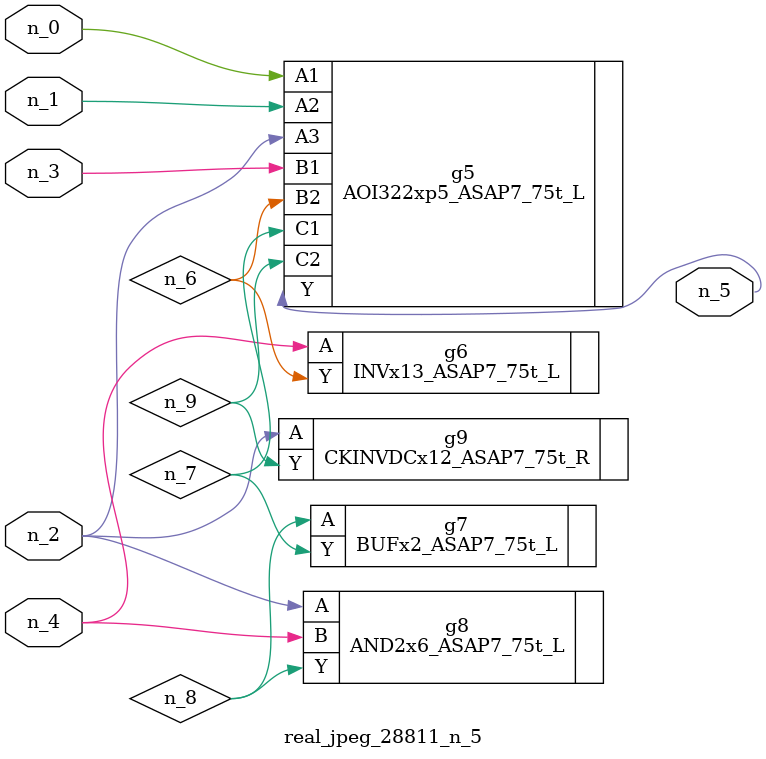
<source format=v>
module real_jpeg_28811_n_5 (n_4, n_0, n_1, n_2, n_3, n_5);

input n_4;
input n_0;
input n_1;
input n_2;
input n_3;

output n_5;

wire n_8;
wire n_6;
wire n_7;
wire n_9;

AOI322xp5_ASAP7_75t_L g5 ( 
.A1(n_0),
.A2(n_1),
.A3(n_2),
.B1(n_3),
.B2(n_6),
.C1(n_7),
.C2(n_9),
.Y(n_5)
);

AND2x6_ASAP7_75t_L g8 ( 
.A(n_2),
.B(n_4),
.Y(n_8)
);

CKINVDCx12_ASAP7_75t_R g9 ( 
.A(n_2),
.Y(n_9)
);

INVx13_ASAP7_75t_L g6 ( 
.A(n_4),
.Y(n_6)
);

BUFx2_ASAP7_75t_L g7 ( 
.A(n_8),
.Y(n_7)
);


endmodule
</source>
